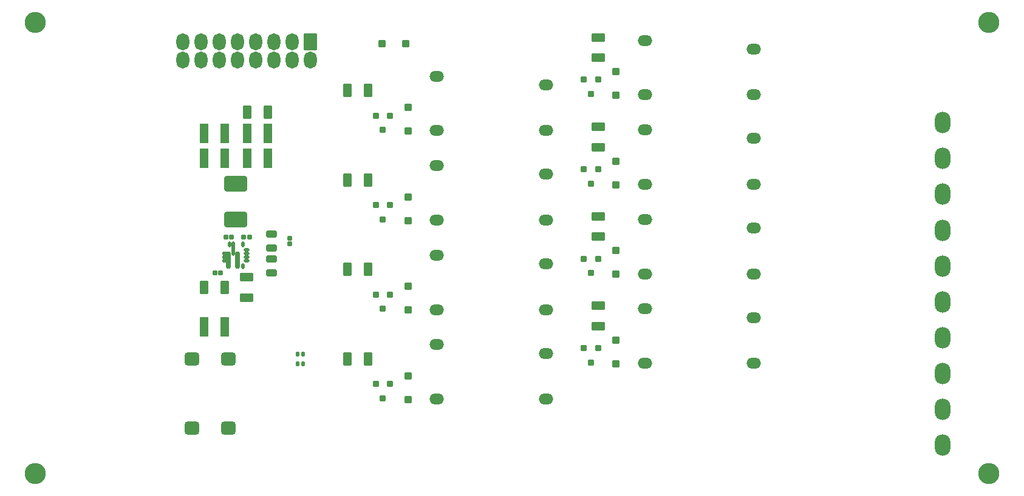
<source format=gbr>
G04 --- HEADER BEGIN --- *
G04 #@! TF.GenerationSoftware,LibrePCB,LibrePCB,1.0.0*
G04 #@! TF.CreationDate,2024-05-06T14:58:10*
G04 #@! TF.ProjectId,OSm Thermal,b11a65fa-6c4c-431c-8545-341aca355aaf,v1.7*
G04 #@! TF.Part,Single*
G04 #@! TF.SameCoordinates*
G04 #@! TF.FileFunction,Soldermask,Top*
G04 #@! TF.FilePolarity,Negative*
%FSLAX66Y66*%
%MOMM*%
G01*
G75*
G04 --- HEADER END --- *
G04 --- APERTURE LIST BEGIN --- *
%ADD10O,2.0X1.5*%
%AMROUNDEDRECT11*20,1,1.1,-0.225,0.0,0.225,0.0,0.0*20,1,0.45,-0.55,0.0,0.55,0.0,0.0*1,1,0.65,-0.225,0.225*1,1,0.65,0.225,0.225*1,1,0.65,0.225,-0.225*1,1,0.65,-0.225,-0.225*%
%ADD11ROUNDEDRECT11*%
%AMROUNDEDRECT12*20,1,2.2,-1.25,0.0,1.25,0.0,0.0*20,1,1.5,-1.6,0.0,1.6,0.0,0.0*1,1,0.7,-1.25,0.75*1,1,0.7,1.25,0.75*1,1,0.7,1.25,-0.75*1,1,0.7,-1.25,-0.75*%
%ADD12ROUNDEDRECT12*%
%AMROUNDEDRECT13*20,1,0.45,-0.2375,0.0,0.2375,0.0,0.0*20,1,0.125,-0.4,0.0,0.4,0.0,0.0*1,1,0.325,-0.2375,0.0625*1,1,0.325,0.2375,0.0625*1,1,0.325,0.2375,-0.0625*1,1,0.325,-0.2375,-0.0625*%
%ADD13ROUNDEDRECT13*%
%AMROUNDEDRECT14*20,1,0.45,-0.2375,0.0,0.2375,0.0,90.0*20,1,0.125,-0.4,0.0,0.4,0.0,90.0*1,1,0.325,-0.0625,-0.2375*1,1,0.325,-0.0625,0.2375*1,1,0.325,0.0625,0.2375*1,1,0.325,0.0625,-0.2375*%
%ADD14ROUNDEDRECT14*%
%AMROUNDEDRECT15*20,1,0.45,-0.2875,0.0,0.2875,0.0,0.0*20,1,0.125,-0.45,0.0,0.45,0.0,0.0*1,1,0.325,-0.2875,0.0625*1,1,0.325,0.2875,0.0625*1,1,0.325,0.2875,-0.0625*1,1,0.325,-0.2875,-0.0625*%
%ADD15ROUNDEDRECT15*%
%AMOUTLINE16*4,1,32,0.125881,-1.196593,0.175881,-1.183196,0.220711,-1.157314,0.257314,-1.120711,0.283196,-1.075881,0.296593,-1.025881,0.3,-1.0,0.3,1.0,0.296593,1.025881,0.283196,1.075881,0.257314,1.120711,0.220711,1.157314,0.175881,1.183196,0.125881,1.196593,0.1,1.2,-0.1,1.2,-0.125881,1.196593,-0.175881,1.183196,-0.220711,1.157314,-0.257314,1.120711,-0.283196,1.075881,-0.296593,1.025881,-0.3,1.0,-0.3,-1.0,-0.296593,-1.025881,-0.283196,-1.075881,-0.257314,-1.120711,-0.220711,-1.157314,-0.175881,-1.183196,-0.125881,-1.196593,-0.1,-1.2,0.1,-1.2,0.125881,-1.196593,180.0*%
%ADD16OUTLINE16*%
%AMROUNDEDRECT17*20,1,0.45,-0.8375,0.0,0.8375,0.0,90.0*20,1,0.125,-1.0,0.0,1.0,0.0,90.0*1,1,0.325,-0.0625,-0.8375*1,1,0.325,-0.0625,0.8375*1,1,0.325,0.0625,0.8375*1,1,0.325,0.0625,-0.8375*%
%ADD17ROUNDEDRECT17*%
%AMROUNDEDRECT18*20,1,0.6,-1.0,0.0,1.0,0.0,90.0*20,1,0.2,-1.2,0.0,1.2,0.0,90.0*1,1,0.4,-0.1,-1.0*1,1,0.4,-0.1,1.0*1,1,0.4,0.1,1.0*1,1,0.4,0.1,-1.0*%
%ADD18ROUNDEDRECT18*%
%AMROUNDEDRECT19*20,1,0.95,-0.625,0.0,0.625,0.0,0.0*20,1,0.75,-0.725,0.0,0.725,0.0,0.0*1,1,0.2,-0.625,0.375*1,1,0.2,0.625,0.375*1,1,0.2,0.625,-0.375*1,1,0.2,-0.625,-0.375*%
%ADD19ROUNDEDRECT19*%
%AMROUNDEDRECT20*20,1,1.25,-0.8,0.0,0.8,0.0,0.0*20,1,1.05,-0.9,0.0,0.9,0.0,0.0*1,1,0.2,-0.8,0.525*1,1,0.2,0.8,0.525*1,1,0.2,0.8,-0.525*1,1,0.2,-0.8,-0.525*%
%ADD20ROUNDEDRECT20*%
%AMROUNDEDRECT21*20,1,0.6,-0.25,0.0,0.25,0.0,90.0*20,1,0.4,-0.35,0.0,0.35,0.0,90.0*1,1,0.2,-0.2,-0.25*1,1,0.2,-0.2,0.25*1,1,0.2,0.2,0.25*1,1,0.2,0.2,-0.25*%
%ADD21ROUNDEDRECT21*%
%AMROUNDEDRECT22*20,1,1.25,-0.8,0.0,0.8,0.0,90.0*20,1,1.05,-0.9,0.0,0.9,0.0,90.0*1,1,0.2,-0.525,-0.8*1,1,0.2,-0.525,0.8*1,1,0.2,0.525,0.8*1,1,0.2,0.525,-0.8*%
%ADD22ROUNDEDRECT22*%
%AMROUNDEDRECT23*20,1,1.25,-1.25,0.0,1.25,0.0,90.0*20,1,1.05,-1.35,0.0,1.35,0.0,90.0*1,1,0.2,-0.525,-1.25*1,1,0.2,-0.525,1.25*1,1,0.2,0.525,1.25*1,1,0.2,0.525,-1.25*%
%ADD23ROUNDEDRECT23*%
%AMROUNDEDRECT24*20,1,0.9,-0.175,0.0,0.175,0.0,0.0*20,1,0.35,-0.45,0.0,0.45,0.0,0.0*1,1,0.55,-0.175,0.175*1,1,0.55,0.175,0.175*1,1,0.55,0.175,-0.175*1,1,0.55,-0.175,-0.175*%
%ADD24ROUNDEDRECT24*%
%AMROUNDEDRECT25*20,1,1.8,-0.652,0.0,0.652,0.0,0.0*20,1,1.104,-1.0,0.0,1.0,0.0,0.0*1,1,0.696,-0.652,0.552*1,1,0.696,0.652,0.552*1,1,0.696,0.652,-0.552*1,1,0.696,-0.652,-0.552*%
%ADD25ROUNDEDRECT25*%
%ADD26O,1.787X2.39*%
%AMROUNDEDRECT27*20,1,1.787,-1.095,0.0,1.095,0.0,90.0*20,1,1.587,-1.195,0.0,1.195,0.0,90.0*1,1,0.2,-0.7935,-1.095*1,1,0.2,-0.7935,1.095*1,1,0.2,0.7935,1.095*1,1,0.2,0.7935,-1.095*%
%ADD27ROUNDEDRECT27*%
%AMROUNDEDRECT28*20,1,0.5,-0.175,0.0,0.175,0.0,90.0*20,1,0.15,-0.35,0.0,0.35,0.0,90.0*1,1,0.35,-0.075,-0.175*1,1,0.35,-0.075,0.175*1,1,0.35,0.075,0.175*1,1,0.35,0.075,-0.175*%
%ADD28ROUNDEDRECT28*%
%ADD29O,2.2X3.0*%
%AMROUNDEDRECT30*20,1,0.6,-0.25,0.0,0.25,0.0,0.0*20,1,0.4,-0.35,0.0,0.35,0.0,0.0*1,1,0.2,-0.25,0.2*1,1,0.2,0.25,0.2*1,1,0.2,0.25,-0.2*1,1,0.2,-0.25,-0.2*%
%ADD30ROUNDEDRECT30*%
%ADD31C,2.95*%
G04 --- APERTURE LIST END --- *
G04 --- BOARD BEGIN --- *
D10*
G04 #@! TO.C,K1*
X74700000Y-49700000D03*
X59500000Y-48500000D03*
X74700000Y-56100000D03*
X59500000Y-56100000D03*
D11*
G04 #@! TO.C,D6*
X84500000Y-47850000D03*
X84500000Y-51150000D03*
D12*
G04 #@! TO.C,L1*
X31500000Y-31000000D03*
X31500000Y-26000000D03*
D11*
G04 #@! TO.C,D7*
X84500000Y-35350000D03*
X84500000Y-38650000D03*
G04 #@! TO.C,D9*
X84500000Y-10350000D03*
X84500000Y-13650000D03*
D13*
G04 #@! TO.C,U1*
X33000000Y-35750000D03*
D14*
X32500000Y-37500000D03*
X32500000Y-34500000D03*
D15*
X30050000Y-36250000D03*
D14*
X30600000Y-34500000D03*
D13*
X33000000Y-35250000D03*
D16*
X30500000Y-36700000D03*
D13*
X33000000Y-36250000D03*
X33000000Y-36750000D03*
D17*
X31100000Y-35100000D03*
D15*
X30050000Y-35750000D03*
D18*
X31700000Y-36700000D03*
D15*
X30050000Y-36750000D03*
D19*
G04 #@! TO.C,R2*
X36500000Y-34975000D03*
X36500000Y-33025000D03*
D20*
G04 #@! TO.C,R10*
X82000000Y-20925000D03*
X82000000Y-18075000D03*
D21*
G04 #@! TO.C,C5*
X28600000Y-38500000D03*
X29400000Y-38500000D03*
D22*
G04 #@! TO.C,C4*
X29925000Y-40500000D03*
X27075000Y-40500000D03*
D23*
G04 #@! TO.C,C7*
X27075000Y-19000000D03*
X29925000Y-19000000D03*
D19*
G04 #@! TO.C,R3*
X36500000Y-38475000D03*
X36500000Y-36525000D03*
D24*
G04 #@! TO.C,Q2*
X53000000Y-41500000D03*
X51000000Y-41500000D03*
X52000000Y-43500000D03*
D20*
G04 #@! TO.C,R1*
X33000000Y-39075000D03*
X33000000Y-41925000D03*
D23*
G04 #@! TO.C,C3*
X29925000Y-46000000D03*
X27075000Y-46000000D03*
D25*
G04 #@! TO.C,BR1*
X25400000Y-60100000D03*
X30500000Y-50500000D03*
X25400000Y-50500000D03*
X30500000Y-60100000D03*
D22*
G04 #@! TO.C,R5*
X49925000Y-38000000D03*
X47075000Y-38000000D03*
D10*
G04 #@! TO.C,K2*
X74700000Y-37200000D03*
X59500000Y-36000000D03*
X74700000Y-43600000D03*
X59500000Y-43600000D03*
G04 #@! TO.C,K5*
X103700000Y-44700000D03*
X88500000Y-43500000D03*
X103700000Y-51100000D03*
X88500000Y-51100000D03*
G04 #@! TO.C,K4*
X74700000Y-12200000D03*
X59500000Y-11000000D03*
X74700000Y-18600000D03*
X59500000Y-18600000D03*
D24*
G04 #@! TO.C,Q5*
X82000000Y-49000000D03*
X80000000Y-49000000D03*
X81000000Y-51000000D03*
D21*
G04 #@! TO.C,C1*
X32600000Y-33500000D03*
X33400000Y-33500000D03*
D23*
G04 #@! TO.C,C10*
X27075000Y-22500000D03*
X29925000Y-22500000D03*
D11*
G04 #@! TO.C,D3*
X55500000Y-40350000D03*
X55500000Y-43650000D03*
D10*
G04 #@! TO.C,K6*
X103700000Y-32200000D03*
X88500000Y-31000000D03*
X103700000Y-38600000D03*
X88500000Y-38600000D03*
G04 #@! TO.C,K3*
X74700000Y-24700000D03*
X59500000Y-23500000D03*
X74700000Y-31100000D03*
X59500000Y-31100000D03*
D21*
G04 #@! TO.C,C2*
X30900000Y-33500000D03*
X30100000Y-33500000D03*
D11*
G04 #@! TO.C,D2*
X55500000Y-52850000D03*
X55500000Y-56150000D03*
D26*
G04 #@! TO.C,J2*
X24110000Y-6230000D03*
X29190000Y-8770000D03*
X39350000Y-8770000D03*
X26650000Y-6230000D03*
X24110000Y-8770000D03*
X31730000Y-8770000D03*
X26650000Y-8770000D03*
X29190000Y-6230000D03*
X36810000Y-6230000D03*
X34270000Y-8770000D03*
X31730000Y-6230000D03*
D27*
X41890000Y-6230000D03*
D26*
X41890000Y-8770000D03*
X34270000Y-6230000D03*
X39350000Y-6230000D03*
X36810000Y-8770000D03*
D24*
G04 #@! TO.C,Q4*
X53000000Y-16500000D03*
X51000000Y-16500000D03*
X52000000Y-18500000D03*
D11*
G04 #@! TO.C,D8*
X84500000Y-22850000D03*
X84500000Y-26150000D03*
D22*
G04 #@! TO.C,R4*
X49925000Y-50500000D03*
X47075000Y-50500000D03*
D24*
G04 #@! TO.C,Q8*
X82000000Y-11500000D03*
X80000000Y-11500000D03*
X81000000Y-13500000D03*
D22*
G04 #@! TO.C,R7*
X49925000Y-13000000D03*
X47075000Y-13000000D03*
D24*
G04 #@! TO.C,Q3*
X53000000Y-29000000D03*
X51000000Y-29000000D03*
X52000000Y-31000000D03*
D22*
G04 #@! TO.C,C6*
X35925000Y-16000000D03*
X33075000Y-16000000D03*
D20*
G04 #@! TO.C,R11*
X82000000Y-8425000D03*
X82000000Y-5575000D03*
G04 #@! TO.C,R8*
X82000000Y-45925000D03*
X82000000Y-43075000D03*
D11*
G04 #@! TO.C,D4*
X55500000Y-27850000D03*
X55500000Y-31150000D03*
D24*
G04 #@! TO.C,Q1*
X53000000Y-54000000D03*
X51000000Y-54000000D03*
X52000000Y-56000000D03*
D28*
G04 #@! TO.C,U2*
X40900000Y-51200000D03*
X40900000Y-49800000D03*
X40100000Y-49800000D03*
X40100000Y-51200000D03*
D24*
G04 #@! TO.C,Q7*
X82000000Y-24000000D03*
X80000000Y-24000000D03*
X81000000Y-26000000D03*
D29*
G04 #@! TO.C,J1*
X130000000Y-57500000D03*
X130000000Y-47500000D03*
X130000000Y-37500000D03*
X130000000Y-52500000D03*
X130000000Y-32500000D03*
X130000000Y-17500000D03*
X130000000Y-27500000D03*
X130000000Y-22500000D03*
X130000000Y-62500000D03*
X130000000Y-42500000D03*
D22*
G04 #@! TO.C,R6*
X49925000Y-25500000D03*
X47075000Y-25500000D03*
D20*
G04 #@! TO.C,R9*
X82000000Y-33425000D03*
X82000000Y-30575000D03*
D23*
G04 #@! TO.C,C9*
X35925000Y-22500000D03*
X33075000Y-22500000D03*
D11*
G04 #@! TO.C,D5*
X55500000Y-15350000D03*
X55500000Y-18650000D03*
D30*
G04 #@! TO.C,C11*
X39000000Y-33600000D03*
X39000000Y-34400000D03*
D23*
G04 #@! TO.C,C8*
X35925000Y-19000000D03*
X33075000Y-19000000D03*
D10*
G04 #@! TO.C,K7*
X103700000Y-19700000D03*
X88500000Y-18500000D03*
X103700000Y-26100000D03*
X88500000Y-26100000D03*
G04 #@! TO.C,K8*
X103700000Y-7200000D03*
X88500000Y-6000000D03*
X103700000Y-13600000D03*
X88500000Y-13600000D03*
D24*
G04 #@! TO.C,Q6*
X82000000Y-36500000D03*
X80000000Y-36500000D03*
X81000000Y-38500000D03*
D11*
G04 #@! TO.C,D1*
X55150000Y-6500000D03*
X51850000Y-6500000D03*
D31*
G04 #@! TD*
X3500000Y-66500000D03*
X136500000Y-66500000D03*
X3500000Y-3500000D03*
X136500000Y-3500000D03*
G04 --- BOARD END --- *
G04 #@! TF.MD5,fa3df37d425be43db23019a641eafaad*
M02*

</source>
